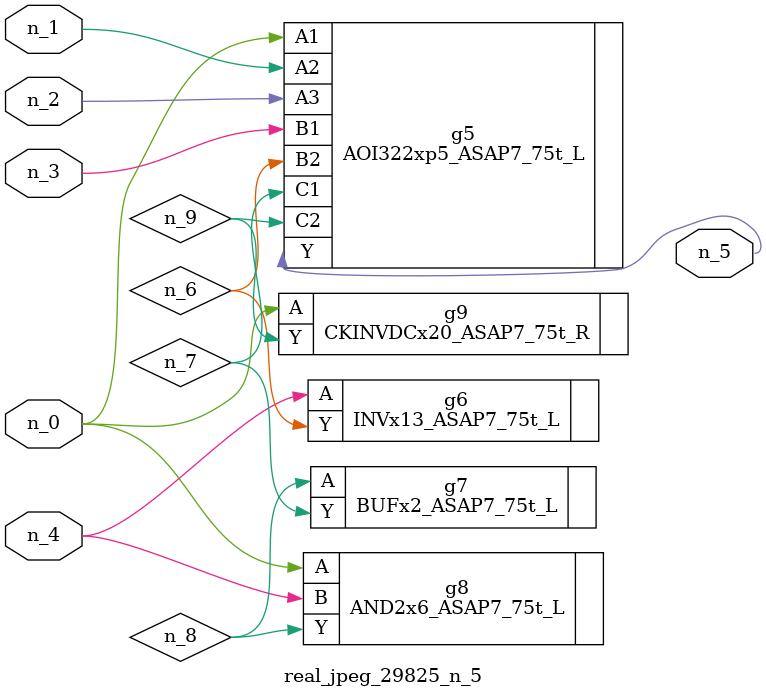
<source format=v>
module real_jpeg_29825_n_5 (n_4, n_0, n_1, n_2, n_3, n_5);

input n_4;
input n_0;
input n_1;
input n_2;
input n_3;

output n_5;

wire n_8;
wire n_6;
wire n_7;
wire n_9;

AOI322xp5_ASAP7_75t_L g5 ( 
.A1(n_0),
.A2(n_1),
.A3(n_2),
.B1(n_3),
.B2(n_6),
.C1(n_7),
.C2(n_9),
.Y(n_5)
);

AND2x6_ASAP7_75t_L g8 ( 
.A(n_0),
.B(n_4),
.Y(n_8)
);

CKINVDCx20_ASAP7_75t_R g9 ( 
.A(n_0),
.Y(n_9)
);

INVx13_ASAP7_75t_L g6 ( 
.A(n_4),
.Y(n_6)
);

BUFx2_ASAP7_75t_L g7 ( 
.A(n_8),
.Y(n_7)
);


endmodule
</source>
